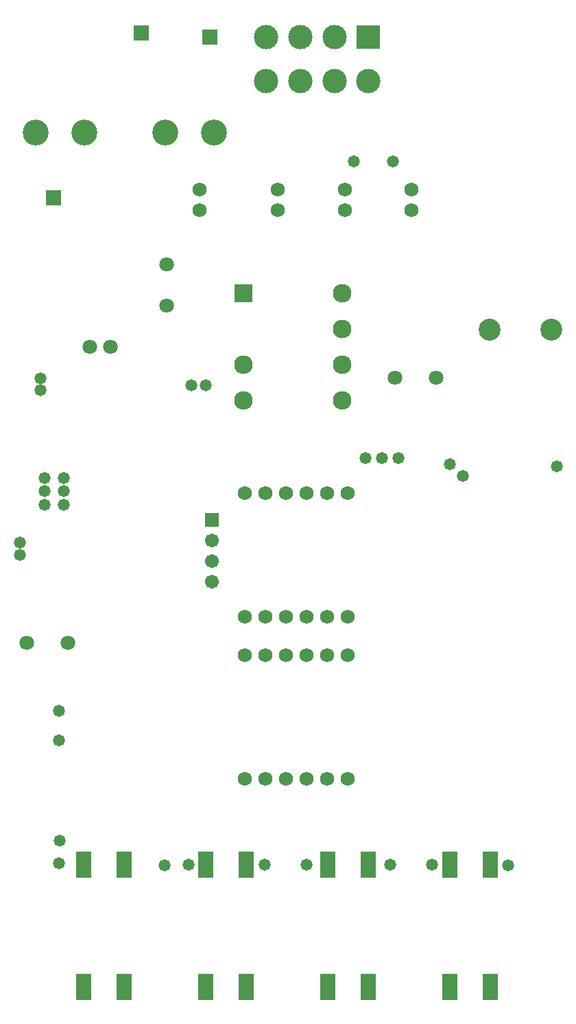
<source format=gbs>
G04*
G04 #@! TF.GenerationSoftware,Altium Limited,Altium Designer,20.2.6 (244)*
G04*
G04 Layer_Color=16711935*
%FSLAX25Y25*%
%MOIN*%
G70*
G04*
G04 #@! TF.SameCoordinates,9385ED74-4294-42B6-9646-82B243174D78*
G04*
G04*
G04 #@! TF.FilePolarity,Negative*
G04*
G01*
G75*
%ADD58C,0.07099*%
%ADD59C,0.06800*%
%ADD60R,0.07493X0.07493*%
%ADD61C,0.12611*%
%ADD62C,0.09055*%
%ADD63R,0.09055X0.09055*%
%ADD64C,0.10642*%
%ADD65C,0.06706*%
%ADD66R,0.06706X0.06706*%
%ADD67C,0.06902*%
%ADD68C,0.11824*%
%ADD69R,0.11824X0.11824*%
%ADD70C,0.05800*%
%ADD91R,0.07493X0.12611*%
D58*
X37000Y205000D02*
D03*
X17000D02*
D03*
X196000Y333500D02*
D03*
X216000D02*
D03*
X85000Y388342D02*
D03*
X47500Y348500D02*
D03*
X57500D02*
D03*
X85000Y368657D02*
D03*
D59*
X204000Y415000D02*
D03*
Y425000D02*
D03*
X171500Y415000D02*
D03*
Y425000D02*
D03*
X139000Y415000D02*
D03*
Y425000D02*
D03*
X101000D02*
D03*
Y415000D02*
D03*
D60*
X106000Y499000D02*
D03*
X30000Y421000D02*
D03*
X72500Y501000D02*
D03*
D61*
X84370Y452500D02*
D03*
X45000D02*
D03*
X21378D02*
D03*
X107992D02*
D03*
D62*
X170282Y339854D02*
D03*
Y357201D02*
D03*
Y374499D02*
D03*
X170282Y322532D02*
D03*
X122251Y322531D02*
D03*
Y339854D02*
D03*
D63*
Y374499D02*
D03*
D64*
X272000Y357000D02*
D03*
X242079D02*
D03*
D65*
X107000Y234500D02*
D03*
Y244500D02*
D03*
Y254500D02*
D03*
D66*
Y264500D02*
D03*
D67*
X143000Y139000D02*
D03*
X133000D02*
D03*
X153000D02*
D03*
X163000D02*
D03*
X173000D02*
D03*
X123000D02*
D03*
X173000Y199000D02*
D03*
X123000D02*
D03*
X163000D02*
D03*
X133000D02*
D03*
X143000D02*
D03*
X153000D02*
D03*
X143000Y217500D02*
D03*
X133000D02*
D03*
X153000D02*
D03*
X163000D02*
D03*
X173000D02*
D03*
X123000D02*
D03*
X173000Y277500D02*
D03*
X123000D02*
D03*
X163000D02*
D03*
X133000D02*
D03*
X143000D02*
D03*
X153000D02*
D03*
D68*
X166464Y499000D02*
D03*
Y477347D02*
D03*
X182999D02*
D03*
X149928Y499000D02*
D03*
Y477347D02*
D03*
X133393Y499000D02*
D03*
Y477347D02*
D03*
D69*
X183000Y499000D02*
D03*
D70*
X35000Y285000D02*
D03*
Y278500D02*
D03*
Y272000D02*
D03*
X25500Y278500D02*
D03*
X274500Y290500D02*
D03*
X84000Y97000D02*
D03*
X229000Y286000D02*
D03*
X222453Y291453D02*
D03*
X132525Y97025D02*
D03*
X193475D02*
D03*
X251000Y97000D02*
D03*
X32612Y97788D02*
D03*
X214025Y97025D02*
D03*
X153025D02*
D03*
X95525D02*
D03*
X13500Y253500D02*
D03*
X25500Y272000D02*
D03*
Y285000D02*
D03*
X33000Y109000D02*
D03*
X32500Y157500D02*
D03*
X32483Y171905D02*
D03*
X195000Y438500D02*
D03*
X176000D02*
D03*
X13500Y247500D02*
D03*
X197500Y294500D02*
D03*
X181500D02*
D03*
X189500D02*
D03*
X23500Y327650D02*
D03*
Y333150D02*
D03*
X104000Y330000D02*
D03*
X97000D02*
D03*
D91*
X123675Y37975D02*
D03*
Y97025D02*
D03*
X103991Y37975D02*
D03*
Y97025D02*
D03*
X222658D02*
D03*
Y37975D02*
D03*
X242342Y97025D02*
D03*
Y37975D02*
D03*
X163325Y97025D02*
D03*
Y37975D02*
D03*
X183009Y97025D02*
D03*
Y37975D02*
D03*
X44658Y97025D02*
D03*
Y37975D02*
D03*
X64342Y97025D02*
D03*
Y37975D02*
D03*
M02*

</source>
